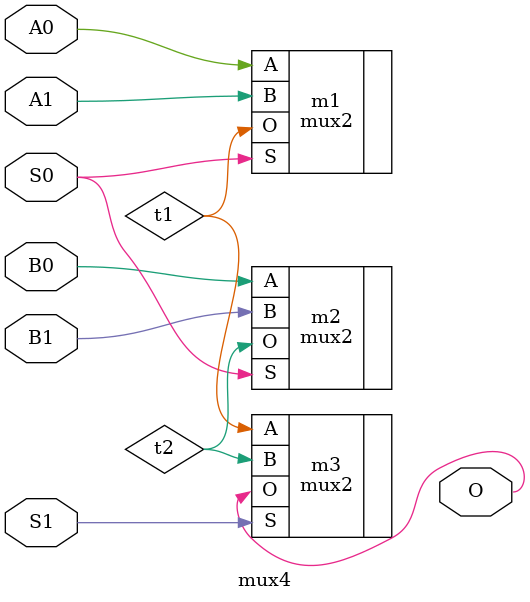
<source format=v>
`timescale 1ns / 1ps


module mux4(
    input A0,
    input A1,
    input B0,
    input B1,
    input S0,
    input S1,
    output O
    );
    wire t1,t2;
mux2 m1 
(
    .A(A0),
    .B(A1),
    .S(S0),
    .O(t1)
);
mux2 m2 
(
    .A(B0),
    .B(B1),
    .S(S0),
    .O(t2)
);
mux2 m3
(
    .A(t1),
    .B(t2),
    .S(S1),
    .O(O)
);

endmodule

</source>
